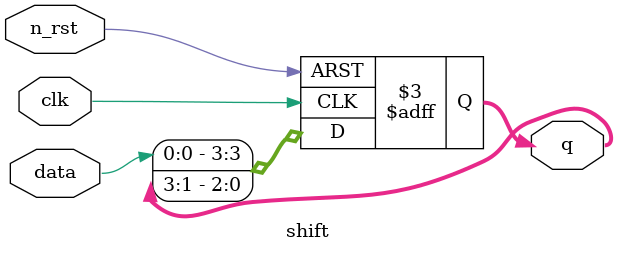
<source format=v>
module shift(
    clk,
    n_rst,
    data,
    q,

);

input clk;
input n_rst;
input data;
output reg [3:0] q;


always @(posedge clk or negedge n_rst)
begin
    if(!n_rst)
        q <= 4'b0000;
    else begin
        q[3] <= data;
        q[2] <= q[3];
        q[1] <= q[2];
        q[0] <= q[1];
end
end

endmodule


</source>
